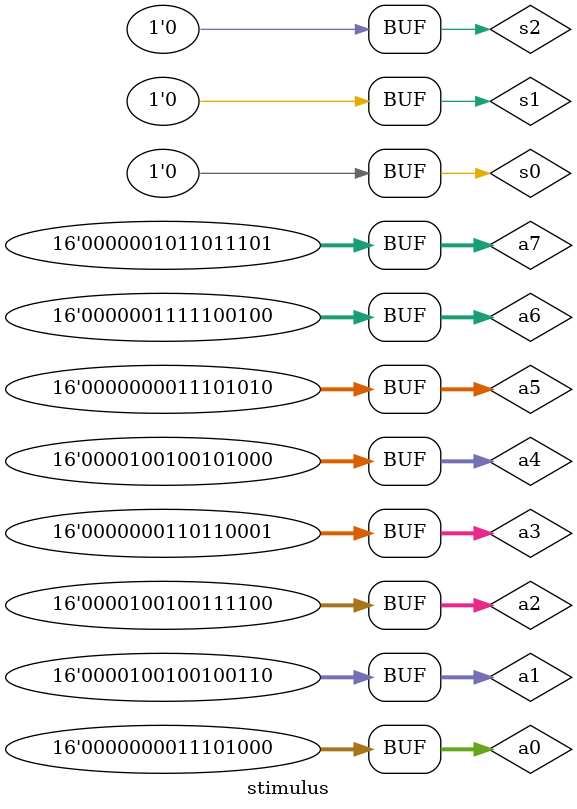
<source format=v>
module stimulus;

wire [15:0]y;
reg [15:0]a7,a6,a5,a4,a3,a2,a1,a0;
reg s2,s1,s0;

mux81_16_gate mux81_16_gate_1(y,s2,s1,s0,a7,a6,a5,a4,a3,a2,a1,a0);
initial
begin
	s0=1'b0;
	s1=1'b0;
	s2=1'b0;
	a7=733;
	a6=996;
	a5=234;
	a4=2344;
	a3=433;
	a2=2364;
	a1=2342;
	a0=232;
	
end
endmodule

</source>
